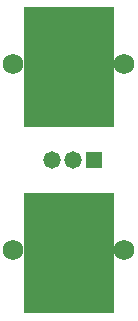
<source format=gts>
%FSLAX25Y25*%
%MOIN*%
G70*
G01*
G75*
G04 Layer_Color=8388736*
%ADD10C,0.06000*%
%ADD11C,0.01000*%
%ADD12R,0.05000X0.05000*%
%ADD13C,0.05000*%
%ADD14R,0.30000X0.40000*%
%ADD15C,0.06800*%
%ADD16R,0.05800X0.05800*%
%ADD17C,0.05800*%
D14*
X217500Y289000D02*
D03*
Y351000D02*
D03*
D15*
X199000Y290000D02*
D03*
X236000D02*
D03*
Y352000D02*
D03*
X199000D02*
D03*
D16*
X226000Y320000D02*
D03*
D17*
X218913D02*
D03*
X211827D02*
D03*
M02*

</source>
